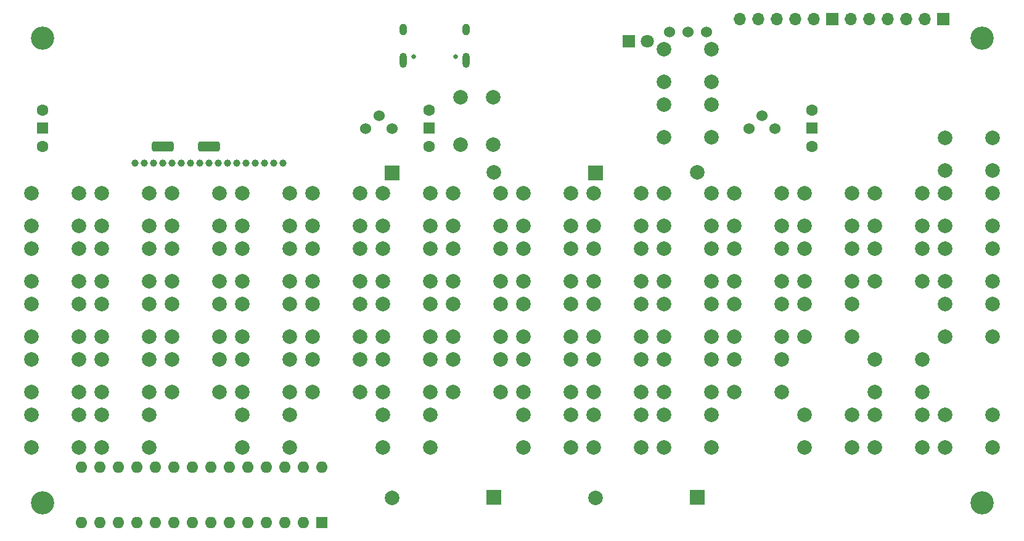
<source format=gts>
G04 #@! TF.GenerationSoftware,KiCad,Pcbnew,8.0.5*
G04 #@! TF.CreationDate,2025-01-01T11:48:34+09:00*
G04 #@! TF.ProjectId,NERD-HPC,4e455244-2d48-4504-932e-6b696361645f,rev?*
G04 #@! TF.SameCoordinates,Original*
G04 #@! TF.FileFunction,Soldermask,Top*
G04 #@! TF.FilePolarity,Negative*
%FSLAX46Y46*%
G04 Gerber Fmt 4.6, Leading zero omitted, Abs format (unit mm)*
G04 Created by KiCad (PCBNEW 8.0.5) date 2025-01-01 11:48:34*
%MOMM*%
%LPD*%
G01*
G04 APERTURE LIST*
G04 Aperture macros list*
%AMRoundRect*
0 Rectangle with rounded corners*
0 $1 Rounding radius*
0 $2 $3 $4 $5 $6 $7 $8 $9 X,Y pos of 4 corners*
0 Add a 4 corners polygon primitive as box body*
4,1,4,$2,$3,$4,$5,$6,$7,$8,$9,$2,$3,0*
0 Add four circle primitives for the rounded corners*
1,1,$1+$1,$2,$3*
1,1,$1+$1,$4,$5*
1,1,$1+$1,$6,$7*
1,1,$1+$1,$8,$9*
0 Add four rect primitives between the rounded corners*
20,1,$1+$1,$2,$3,$4,$5,0*
20,1,$1+$1,$4,$5,$6,$7,0*
20,1,$1+$1,$6,$7,$8,$9,0*
20,1,$1+$1,$8,$9,$2,$3,0*%
G04 Aperture macros list end*
%ADD10C,2.000000*%
%ADD11R,1.700000X1.700000*%
%ADD12O,1.700000X1.700000*%
%ADD13C,3.200000*%
%ADD14C,1.000000*%
%ADD15RoundRect,0.350000X-1.150000X-0.350000X1.150000X-0.350000X1.150000X0.350000X-1.150000X0.350000X0*%
%ADD16R,1.500000X1.500000*%
%ADD17C,1.600000*%
%ADD18C,1.524000*%
%ADD19C,0.650000*%
%ADD20O,1.000000X1.600000*%
%ADD21O,1.000000X2.100000*%
%ADD22R,1.800000X1.800000*%
%ADD23C,1.800000*%
%ADD24R,2.000000X2.000000*%
%ADD25R,1.600000X1.600000*%
%ADD26O,1.600000X1.600000*%
G04 APERTURE END LIST*
D10*
X91492000Y-113574000D03*
X97992000Y-113574000D03*
X91492000Y-118074000D03*
X97992000Y-118074000D03*
X120448000Y-98334000D03*
X126948000Y-98334000D03*
X120448000Y-102834000D03*
X126948000Y-102834000D03*
X216968000Y-113574000D03*
X223468000Y-113574000D03*
X216968000Y-118074000D03*
X223468000Y-118074000D03*
X110796000Y-105954000D03*
X117296000Y-105954000D03*
X110796000Y-110454000D03*
X117296000Y-110454000D03*
X159056000Y-98334000D03*
X165556000Y-98334000D03*
X159056000Y-102834000D03*
X165556000Y-102834000D03*
X120448000Y-121194000D03*
X126948000Y-121194000D03*
X120448000Y-125694000D03*
X126948000Y-125694000D03*
X91492000Y-128814000D03*
X97992000Y-128814000D03*
X91492000Y-133314000D03*
X97992000Y-133314000D03*
X207316000Y-121194000D03*
X213816000Y-121194000D03*
X207316000Y-125694000D03*
X213816000Y-125694000D03*
X207316000Y-105954000D03*
X213816000Y-105954000D03*
X207316000Y-110454000D03*
X213816000Y-110454000D03*
X101144000Y-121194000D03*
X107644000Y-121194000D03*
X101144000Y-125694000D03*
X107644000Y-125694000D03*
X159056000Y-113574000D03*
X165556000Y-113574000D03*
X159056000Y-118074000D03*
X165556000Y-118074000D03*
X178360000Y-86142000D03*
X184860000Y-86142000D03*
X178360000Y-90642000D03*
X184860000Y-90642000D03*
X101144000Y-128814000D03*
X107644000Y-128814000D03*
X101144000Y-133314000D03*
X107644000Y-133314000D03*
X159056000Y-105954000D03*
X165556000Y-105954000D03*
X159056000Y-110454000D03*
X165556000Y-110454000D03*
D11*
X216662000Y-74422000D03*
D12*
X214122000Y-74422000D03*
X211582000Y-74422000D03*
X209042000Y-74422000D03*
X206502000Y-74422000D03*
X203962000Y-74422000D03*
D10*
X197664000Y-105954000D03*
X204164000Y-105954000D03*
X197664000Y-110454000D03*
X204164000Y-110454000D03*
X139752000Y-121194000D03*
X146252000Y-121194000D03*
X139752000Y-125694000D03*
X146252000Y-125694000D03*
X101144000Y-98334000D03*
X107644000Y-98334000D03*
X101144000Y-102834000D03*
X107644000Y-102834000D03*
D13*
X93000000Y-141000000D03*
D10*
X130100000Y-105954000D03*
X136600000Y-105954000D03*
X130100000Y-110454000D03*
X136600000Y-110454000D03*
D14*
X125984000Y-94234000D03*
X124714000Y-94234000D03*
X123444000Y-94234000D03*
X122174000Y-94234000D03*
X120904000Y-94234000D03*
X119634000Y-94234000D03*
X118364000Y-94234000D03*
X117094000Y-94234000D03*
X115824000Y-94234000D03*
X114554000Y-94234000D03*
X113284000Y-94234000D03*
X112014000Y-94234000D03*
X110744000Y-94234000D03*
X109474000Y-94234000D03*
X108204000Y-94234000D03*
X106934000Y-94234000D03*
X105664000Y-94234000D03*
D15*
X109474000Y-91934000D03*
X115824000Y-91934000D03*
D10*
X188012000Y-105954000D03*
X194512000Y-105954000D03*
X188012000Y-110454000D03*
X194512000Y-110454000D03*
D11*
X201422000Y-74422000D03*
D12*
X198882000Y-74422000D03*
X196342000Y-74422000D03*
X193802000Y-74422000D03*
X191262000Y-74422000D03*
X188722000Y-74422000D03*
D10*
X216968000Y-105954000D03*
X223468000Y-105954000D03*
X216968000Y-110454000D03*
X223468000Y-110454000D03*
D13*
X222000000Y-77000000D03*
D10*
X197664000Y-98334000D03*
X204164000Y-98334000D03*
X197664000Y-102834000D03*
X204164000Y-102834000D03*
X188012000Y-113574000D03*
X194512000Y-113574000D03*
X188012000Y-118074000D03*
X194512000Y-118074000D03*
X178360000Y-105954000D03*
X184860000Y-105954000D03*
X178360000Y-110454000D03*
X184860000Y-110454000D03*
X216968000Y-90714000D03*
X223468000Y-90714000D03*
X216968000Y-95214000D03*
X223468000Y-95214000D03*
X207316000Y-98334000D03*
X213816000Y-98334000D03*
X207316000Y-102834000D03*
X213816000Y-102834000D03*
X188012000Y-98334000D03*
X194512000Y-98334000D03*
X188012000Y-102834000D03*
X194512000Y-102834000D03*
X110796000Y-113574000D03*
X117296000Y-113574000D03*
X110796000Y-118074000D03*
X117296000Y-118074000D03*
X139752000Y-113574000D03*
X146252000Y-113574000D03*
X139752000Y-118074000D03*
X146252000Y-118074000D03*
X154904000Y-85142000D03*
X154904000Y-91642000D03*
X150404000Y-85142000D03*
X150404000Y-91642000D03*
X168708000Y-105954000D03*
X175208000Y-105954000D03*
X168708000Y-110454000D03*
X175208000Y-110454000D03*
X130100000Y-98334000D03*
X136600000Y-98334000D03*
X130100000Y-102834000D03*
X136600000Y-102834000D03*
X159056000Y-121194000D03*
X165556000Y-121194000D03*
X159056000Y-125694000D03*
X165556000Y-125694000D03*
X110796000Y-98334000D03*
X117296000Y-98334000D03*
X110796000Y-102834000D03*
X117296000Y-102834000D03*
X168708000Y-121194000D03*
X175208000Y-121194000D03*
X168708000Y-125694000D03*
X175208000Y-125694000D03*
X120448000Y-128814000D03*
X126948000Y-128814000D03*
X120448000Y-133314000D03*
X126948000Y-133314000D03*
X197664000Y-113574000D03*
X204164000Y-113574000D03*
X197664000Y-118074000D03*
X204164000Y-118074000D03*
D16*
X146050000Y-89408000D03*
D17*
X146050000Y-91908000D03*
X146050000Y-86908000D03*
D10*
X130100000Y-113574000D03*
X136600000Y-113574000D03*
X130100000Y-118074000D03*
X136600000Y-118074000D03*
X184860000Y-83022000D03*
X178360000Y-83022000D03*
X184860000Y-78522000D03*
X178360000Y-78522000D03*
D13*
X93000000Y-77000000D03*
D10*
X139752000Y-98334000D03*
X146252000Y-98334000D03*
X139752000Y-102834000D03*
X146252000Y-102834000D03*
X139752000Y-105954000D03*
X146252000Y-105954000D03*
X139752000Y-110454000D03*
X146252000Y-110454000D03*
X101144000Y-105954000D03*
X107644000Y-105954000D03*
X101144000Y-110454000D03*
X107644000Y-110454000D03*
X139752000Y-128814000D03*
X146252000Y-128814000D03*
X139752000Y-133314000D03*
X146252000Y-133314000D03*
X188012000Y-121194000D03*
X194512000Y-121194000D03*
X188012000Y-125694000D03*
X194512000Y-125694000D03*
X178360000Y-113574000D03*
X184860000Y-113574000D03*
X178360000Y-118074000D03*
X184860000Y-118074000D03*
X110796000Y-121194000D03*
X117296000Y-121194000D03*
X110796000Y-125694000D03*
X117296000Y-125694000D03*
X216968000Y-128814000D03*
X223468000Y-128814000D03*
X216968000Y-133314000D03*
X223468000Y-133314000D03*
D18*
X189973949Y-89504051D03*
X191770000Y-87708000D03*
X193566051Y-89504051D03*
D10*
X91492000Y-105954000D03*
X97992000Y-105954000D03*
X91492000Y-110454000D03*
X97992000Y-110454000D03*
X120448000Y-113574000D03*
X126948000Y-113574000D03*
X120448000Y-118074000D03*
X126948000Y-118074000D03*
X101144000Y-113574000D03*
X107644000Y-113574000D03*
X101144000Y-118074000D03*
X107644000Y-118074000D03*
X178360000Y-121194000D03*
X184860000Y-121194000D03*
X178360000Y-125694000D03*
X184860000Y-125694000D03*
X168708000Y-128814000D03*
X175208000Y-128814000D03*
X168708000Y-133314000D03*
X175208000Y-133314000D03*
D13*
X222000000Y-141000000D03*
D10*
X168708000Y-98334000D03*
X175208000Y-98334000D03*
X168708000Y-102834000D03*
X175208000Y-102834000D03*
X178360000Y-98334000D03*
X184860000Y-98334000D03*
X178360000Y-102834000D03*
X184860000Y-102834000D03*
X149404000Y-113574000D03*
X155904000Y-113574000D03*
X149404000Y-118074000D03*
X155904000Y-118074000D03*
X207316000Y-128814000D03*
X213816000Y-128814000D03*
X207316000Y-133314000D03*
X213816000Y-133314000D03*
D16*
X198628000Y-89408000D03*
D17*
X198628000Y-91908000D03*
X198628000Y-86908000D03*
D10*
X91492000Y-98334000D03*
X97992000Y-98334000D03*
X91492000Y-102834000D03*
X97992000Y-102834000D03*
X120448000Y-105954000D03*
X126948000Y-105954000D03*
X120448000Y-110454000D03*
X126948000Y-110454000D03*
X149404000Y-105954000D03*
X155904000Y-105954000D03*
X149404000Y-110454000D03*
X155904000Y-110454000D03*
D16*
X92964000Y-89408000D03*
D17*
X92964000Y-91908000D03*
X92964000Y-86908000D03*
D10*
X149404000Y-121194000D03*
X155904000Y-121194000D03*
X149404000Y-125694000D03*
X155904000Y-125694000D03*
X168708000Y-113574000D03*
X175208000Y-113574000D03*
X168708000Y-118074000D03*
X175208000Y-118074000D03*
X130100000Y-121194000D03*
X136600000Y-121194000D03*
X130100000Y-125694000D03*
X136600000Y-125694000D03*
X91492000Y-121194000D03*
X97992000Y-121194000D03*
X91492000Y-125694000D03*
X97992000Y-125694000D03*
X159056000Y-128814000D03*
X165556000Y-128814000D03*
X159056000Y-133314000D03*
X165556000Y-133314000D03*
X216968000Y-98334000D03*
X223468000Y-98334000D03*
X216968000Y-102834000D03*
X223468000Y-102834000D03*
X197664000Y-128814000D03*
X204164000Y-128814000D03*
X197664000Y-133314000D03*
X204164000Y-133314000D03*
D18*
X137377898Y-89504051D03*
X139173949Y-87708000D03*
X140970000Y-89504051D03*
D10*
X149404000Y-98334000D03*
X155904000Y-98334000D03*
X149404000Y-102834000D03*
X155904000Y-102834000D03*
X178360000Y-128814000D03*
X184860000Y-128814000D03*
X178360000Y-133314000D03*
X184860000Y-133314000D03*
D19*
X143922000Y-79567000D03*
X149702000Y-79567000D03*
D20*
X142492000Y-75887000D03*
D21*
X142492000Y-80067000D03*
D20*
X151132000Y-75887000D03*
D21*
X151132000Y-80067000D03*
D22*
X173482000Y-77470000D03*
D23*
X176022000Y-77470000D03*
D24*
X182880000Y-140156000D03*
D10*
X182880000Y-95456000D03*
D18*
X179070000Y-76200000D03*
X181610000Y-76200000D03*
X184150000Y-76200000D03*
D25*
X131318000Y-143637000D03*
D26*
X128778000Y-143637000D03*
X126238000Y-143637000D03*
X123698000Y-143637000D03*
X121158000Y-143637000D03*
X118618000Y-143637000D03*
X116078000Y-143637000D03*
X113538000Y-143637000D03*
X110998000Y-143637000D03*
X108458000Y-143637000D03*
X105918000Y-143637000D03*
X103378000Y-143637000D03*
X100838000Y-143637000D03*
X98298000Y-143637000D03*
X98298000Y-136017000D03*
X100838000Y-136017000D03*
X103378000Y-136017000D03*
X105918000Y-136017000D03*
X108458000Y-136017000D03*
X110998000Y-136017000D03*
X113538000Y-136017000D03*
X116078000Y-136017000D03*
X118618000Y-136017000D03*
X121158000Y-136017000D03*
X123698000Y-136017000D03*
X126238000Y-136017000D03*
X128778000Y-136017000D03*
X131318000Y-136017000D03*
D24*
X154940000Y-140156000D03*
D10*
X154940000Y-95456000D03*
D24*
X168910000Y-95556000D03*
D10*
X168910000Y-140256000D03*
D24*
X140970000Y-95556000D03*
D10*
X140970000Y-140256000D03*
M02*

</source>
